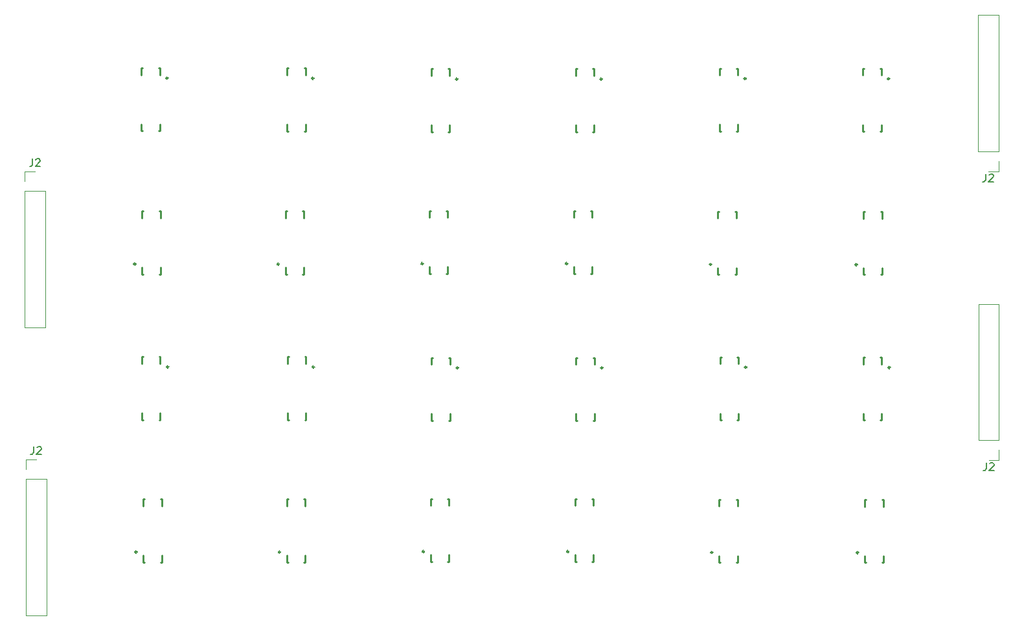
<source format=gbr>
%TF.GenerationSoftware,KiCad,Pcbnew,(7.0.0-0)*%
%TF.CreationDate,2023-04-28T06:51:24+02:00*%
%TF.ProjectId,omniscope,6f6d6e69-7363-46f7-9065-2e6b69636164,rev?*%
%TF.SameCoordinates,Original*%
%TF.FileFunction,Legend,Top*%
%TF.FilePolarity,Positive*%
%FSLAX46Y46*%
G04 Gerber Fmt 4.6, Leading zero omitted, Abs format (unit mm)*
G04 Created by KiCad (PCBNEW (7.0.0-0)) date 2023-04-28 06:51:24*
%MOMM*%
%LPD*%
G01*
G04 APERTURE LIST*
%ADD10C,0.150000*%
%ADD11C,0.254000*%
%ADD12C,0.120000*%
G04 APERTURE END LIST*
D10*
%TO.C,J2*%
X140574166Y-38322380D02*
X140574166Y-39036666D01*
X140574166Y-39036666D02*
X140526547Y-39179523D01*
X140526547Y-39179523D02*
X140431309Y-39274761D01*
X140431309Y-39274761D02*
X140288452Y-39322380D01*
X140288452Y-39322380D02*
X140193214Y-39322380D01*
X141002738Y-38417619D02*
X141050357Y-38370000D01*
X141050357Y-38370000D02*
X141145595Y-38322380D01*
X141145595Y-38322380D02*
X141383690Y-38322380D01*
X141383690Y-38322380D02*
X141478928Y-38370000D01*
X141478928Y-38370000D02*
X141526547Y-38417619D01*
X141526547Y-38417619D02*
X141574166Y-38512857D01*
X141574166Y-38512857D02*
X141574166Y-38608095D01*
X141574166Y-38608095D02*
X141526547Y-38750952D01*
X141526547Y-38750952D02*
X140955119Y-39322380D01*
X140955119Y-39322380D02*
X141574166Y-39322380D01*
X15959166Y-36312380D02*
X15959166Y-37026666D01*
X15959166Y-37026666D02*
X15911547Y-37169523D01*
X15911547Y-37169523D02*
X15816309Y-37264761D01*
X15816309Y-37264761D02*
X15673452Y-37312380D01*
X15673452Y-37312380D02*
X15578214Y-37312380D01*
X16387738Y-36407619D02*
X16435357Y-36360000D01*
X16435357Y-36360000D02*
X16530595Y-36312380D01*
X16530595Y-36312380D02*
X16768690Y-36312380D01*
X16768690Y-36312380D02*
X16863928Y-36360000D01*
X16863928Y-36360000D02*
X16911547Y-36407619D01*
X16911547Y-36407619D02*
X16959166Y-36502857D01*
X16959166Y-36502857D02*
X16959166Y-36598095D01*
X16959166Y-36598095D02*
X16911547Y-36740952D01*
X16911547Y-36740952D02*
X16340119Y-37312380D01*
X16340119Y-37312380D02*
X16959166Y-37312380D01*
X140649166Y-76097380D02*
X140649166Y-76811666D01*
X140649166Y-76811666D02*
X140601547Y-76954523D01*
X140601547Y-76954523D02*
X140506309Y-77049761D01*
X140506309Y-77049761D02*
X140363452Y-77097380D01*
X140363452Y-77097380D02*
X140268214Y-77097380D01*
X141077738Y-76192619D02*
X141125357Y-76145000D01*
X141125357Y-76145000D02*
X141220595Y-76097380D01*
X141220595Y-76097380D02*
X141458690Y-76097380D01*
X141458690Y-76097380D02*
X141553928Y-76145000D01*
X141553928Y-76145000D02*
X141601547Y-76192619D01*
X141601547Y-76192619D02*
X141649166Y-76287857D01*
X141649166Y-76287857D02*
X141649166Y-76383095D01*
X141649166Y-76383095D02*
X141601547Y-76525952D01*
X141601547Y-76525952D02*
X141030119Y-77097380D01*
X141030119Y-77097380D02*
X141649166Y-77097380D01*
X16116666Y-73987380D02*
X16116666Y-74701666D01*
X16116666Y-74701666D02*
X16069047Y-74844523D01*
X16069047Y-74844523D02*
X15973809Y-74939761D01*
X15973809Y-74939761D02*
X15830952Y-74987380D01*
X15830952Y-74987380D02*
X15735714Y-74987380D01*
X16545238Y-74082619D02*
X16592857Y-74035000D01*
X16592857Y-74035000D02*
X16688095Y-73987380D01*
X16688095Y-73987380D02*
X16926190Y-73987380D01*
X16926190Y-73987380D02*
X17021428Y-74035000D01*
X17021428Y-74035000D02*
X17069047Y-74082619D01*
X17069047Y-74082619D02*
X17116666Y-74177857D01*
X17116666Y-74177857D02*
X17116666Y-74273095D01*
X17116666Y-74273095D02*
X17069047Y-74415952D01*
X17069047Y-74415952D02*
X16497619Y-74987380D01*
X16497619Y-74987380D02*
X17116666Y-74987380D01*
D11*
%TO.C,J4*%
X89345000Y-24550000D02*
X89176000Y-24550000D01*
X89345000Y-24550000D02*
X89345000Y-25444000D01*
X87114000Y-24550000D02*
X86945000Y-24550000D01*
X86945000Y-24550000D02*
X86945000Y-25444000D01*
X89345000Y-31906000D02*
X89345000Y-32800000D01*
X86945000Y-31906000D02*
X86945000Y-32800000D01*
X89345000Y-32800000D02*
X89176000Y-32800000D01*
X87114000Y-32800000D02*
X86945000Y-32800000D01*
X90431000Y-25881000D02*
G75*
G03*
X90431000Y-25881000I-127000J0D01*
G01*
%TO.C,J8*%
X108152500Y-24475000D02*
X107983500Y-24475000D01*
X108152500Y-24475000D02*
X108152500Y-25369000D01*
X105921500Y-24475000D02*
X105752500Y-24475000D01*
X105752500Y-24475000D02*
X105752500Y-25369000D01*
X108152500Y-31831000D02*
X108152500Y-32725000D01*
X105752500Y-31831000D02*
X105752500Y-32725000D01*
X108152500Y-32725000D02*
X107983500Y-32725000D01*
X105921500Y-32725000D02*
X105752500Y-32725000D01*
X109238500Y-25806000D02*
G75*
G03*
X109238500Y-25806000I-127000J0D01*
G01*
%TO.C,J5*%
X70470000Y-24550000D02*
X70301000Y-24550000D01*
X70470000Y-24550000D02*
X70470000Y-25444000D01*
X68239000Y-24550000D02*
X68070000Y-24550000D01*
X68070000Y-24550000D02*
X68070000Y-25444000D01*
X70470000Y-31906000D02*
X70470000Y-32800000D01*
X68070000Y-31906000D02*
X68070000Y-32800000D01*
X70470000Y-32800000D02*
X70301000Y-32800000D01*
X68239000Y-32800000D02*
X68070000Y-32800000D01*
X71556000Y-25881000D02*
G75*
G03*
X71556000Y-25881000I-127000J0D01*
G01*
%TO.C,J6*%
X51645000Y-24450000D02*
X51476000Y-24450000D01*
X51645000Y-24450000D02*
X51645000Y-25344000D01*
X49414000Y-24450000D02*
X49245000Y-24450000D01*
X49245000Y-24450000D02*
X49245000Y-25344000D01*
X51645000Y-31806000D02*
X51645000Y-32700000D01*
X49245000Y-31806000D02*
X49245000Y-32700000D01*
X51645000Y-32700000D02*
X51476000Y-32700000D01*
X49414000Y-32700000D02*
X49245000Y-32700000D01*
X52731000Y-25781000D02*
G75*
G03*
X52731000Y-25781000I-127000J0D01*
G01*
%TO.C,J7*%
X32595000Y-24425000D02*
X32426000Y-24425000D01*
X32595000Y-24425000D02*
X32595000Y-25319000D01*
X30364000Y-24425000D02*
X30195000Y-24425000D01*
X30195000Y-24425000D02*
X30195000Y-25319000D01*
X32595000Y-31781000D02*
X32595000Y-32675000D01*
X30195000Y-31781000D02*
X30195000Y-32675000D01*
X32595000Y-32675000D02*
X32426000Y-32675000D01*
X30364000Y-32675000D02*
X30195000Y-32675000D01*
X33681000Y-25756000D02*
G75*
G03*
X33681000Y-25756000I-127000J0D01*
G01*
%TO.C,J1*%
X126907500Y-24500000D02*
X126738500Y-24500000D01*
X126907500Y-24500000D02*
X126907500Y-25394000D01*
X124676500Y-24500000D02*
X124507500Y-24500000D01*
X124507500Y-24500000D02*
X124507500Y-25394000D01*
X126907500Y-31856000D02*
X126907500Y-32750000D01*
X124507500Y-31856000D02*
X124507500Y-32750000D01*
X126907500Y-32750000D02*
X126738500Y-32750000D01*
X124676500Y-32750000D02*
X124507500Y-32750000D01*
X127993500Y-25831000D02*
G75*
G03*
X127993500Y-25831000I-127000J0D01*
G01*
D12*
%TO.C,J2*%
X142237500Y-37955000D02*
X140907500Y-37955000D01*
X142237500Y-36625000D02*
X142237500Y-37955000D01*
X142237500Y-35355000D02*
X142237500Y-17515000D01*
X142237500Y-35355000D02*
X139577500Y-35355000D01*
X142237500Y-17515000D02*
X139577500Y-17515000D01*
X139577500Y-35355000D02*
X139577500Y-17515000D01*
D11*
%TO.C,J4*%
X67855000Y-51350000D02*
X68024000Y-51350000D01*
X67855000Y-51350000D02*
X67855000Y-50456000D01*
X70086000Y-51350000D02*
X70255000Y-51350000D01*
X70255000Y-51350000D02*
X70255000Y-50456000D01*
X67855000Y-43994000D02*
X67855000Y-43100000D01*
X70255000Y-43994000D02*
X70255000Y-43100000D01*
X67855000Y-43100000D02*
X68024000Y-43100000D01*
X70086000Y-43100000D02*
X70255000Y-43100000D01*
X67023000Y-50019000D02*
G75*
G03*
X67023000Y-50019000I-127000J0D01*
G01*
%TO.C,J8*%
X49047500Y-51425000D02*
X49216500Y-51425000D01*
X49047500Y-51425000D02*
X49047500Y-50531000D01*
X51278500Y-51425000D02*
X51447500Y-51425000D01*
X51447500Y-51425000D02*
X51447500Y-50531000D01*
X49047500Y-44069000D02*
X49047500Y-43175000D01*
X51447500Y-44069000D02*
X51447500Y-43175000D01*
X49047500Y-43175000D02*
X49216500Y-43175000D01*
X51278500Y-43175000D02*
X51447500Y-43175000D01*
X48215500Y-50094000D02*
G75*
G03*
X48215500Y-50094000I-127000J0D01*
G01*
%TO.C,J5*%
X86730000Y-51350000D02*
X86899000Y-51350000D01*
X86730000Y-51350000D02*
X86730000Y-50456000D01*
X88961000Y-51350000D02*
X89130000Y-51350000D01*
X89130000Y-51350000D02*
X89130000Y-50456000D01*
X86730000Y-43994000D02*
X86730000Y-43100000D01*
X89130000Y-43994000D02*
X89130000Y-43100000D01*
X86730000Y-43100000D02*
X86899000Y-43100000D01*
X88961000Y-43100000D02*
X89130000Y-43100000D01*
X85898000Y-50019000D02*
G75*
G03*
X85898000Y-50019000I-127000J0D01*
G01*
%TO.C,J6*%
X105555000Y-51450000D02*
X105724000Y-51450000D01*
X105555000Y-51450000D02*
X105555000Y-50556000D01*
X107786000Y-51450000D02*
X107955000Y-51450000D01*
X107955000Y-51450000D02*
X107955000Y-50556000D01*
X105555000Y-44094000D02*
X105555000Y-43200000D01*
X107955000Y-44094000D02*
X107955000Y-43200000D01*
X105555000Y-43200000D02*
X105724000Y-43200000D01*
X107786000Y-43200000D02*
X107955000Y-43200000D01*
X104723000Y-50119000D02*
G75*
G03*
X104723000Y-50119000I-127000J0D01*
G01*
%TO.C,J7*%
X124605000Y-51475000D02*
X124774000Y-51475000D01*
X124605000Y-51475000D02*
X124605000Y-50581000D01*
X126836000Y-51475000D02*
X127005000Y-51475000D01*
X127005000Y-51475000D02*
X127005000Y-50581000D01*
X124605000Y-44119000D02*
X124605000Y-43225000D01*
X127005000Y-44119000D02*
X127005000Y-43225000D01*
X124605000Y-43225000D02*
X124774000Y-43225000D01*
X126836000Y-43225000D02*
X127005000Y-43225000D01*
X123773000Y-50144000D02*
G75*
G03*
X123773000Y-50144000I-127000J0D01*
G01*
%TO.C,J1*%
X30292500Y-51400000D02*
X30461500Y-51400000D01*
X30292500Y-51400000D02*
X30292500Y-50506000D01*
X32523500Y-51400000D02*
X32692500Y-51400000D01*
X32692500Y-51400000D02*
X32692500Y-50506000D01*
X30292500Y-44044000D02*
X30292500Y-43150000D01*
X32692500Y-44044000D02*
X32692500Y-43150000D01*
X30292500Y-43150000D02*
X30461500Y-43150000D01*
X32523500Y-43150000D02*
X32692500Y-43150000D01*
X29460500Y-50069000D02*
G75*
G03*
X29460500Y-50069000I-127000J0D01*
G01*
D12*
%TO.C,J2*%
X14962500Y-37945000D02*
X16292500Y-37945000D01*
X14962500Y-39275000D02*
X14962500Y-37945000D01*
X14962500Y-40545000D02*
X14962500Y-58385000D01*
X14962500Y-40545000D02*
X17622500Y-40545000D01*
X14962500Y-58385000D02*
X17622500Y-58385000D01*
X17622500Y-40545000D02*
X17622500Y-58385000D01*
D11*
%TO.C,J4*%
X89420000Y-62325000D02*
X89251000Y-62325000D01*
X89420000Y-62325000D02*
X89420000Y-63219000D01*
X87189000Y-62325000D02*
X87020000Y-62325000D01*
X87020000Y-62325000D02*
X87020000Y-63219000D01*
X89420000Y-69681000D02*
X89420000Y-70575000D01*
X87020000Y-69681000D02*
X87020000Y-70575000D01*
X89420000Y-70575000D02*
X89251000Y-70575000D01*
X87189000Y-70575000D02*
X87020000Y-70575000D01*
X90506000Y-63656000D02*
G75*
G03*
X90506000Y-63656000I-127000J0D01*
G01*
%TO.C,J8*%
X108227500Y-62250000D02*
X108058500Y-62250000D01*
X108227500Y-62250000D02*
X108227500Y-63144000D01*
X105996500Y-62250000D02*
X105827500Y-62250000D01*
X105827500Y-62250000D02*
X105827500Y-63144000D01*
X108227500Y-69606000D02*
X108227500Y-70500000D01*
X105827500Y-69606000D02*
X105827500Y-70500000D01*
X108227500Y-70500000D02*
X108058500Y-70500000D01*
X105996500Y-70500000D02*
X105827500Y-70500000D01*
X109313500Y-63581000D02*
G75*
G03*
X109313500Y-63581000I-127000J0D01*
G01*
%TO.C,J5*%
X70545000Y-62325000D02*
X70376000Y-62325000D01*
X70545000Y-62325000D02*
X70545000Y-63219000D01*
X68314000Y-62325000D02*
X68145000Y-62325000D01*
X68145000Y-62325000D02*
X68145000Y-63219000D01*
X70545000Y-69681000D02*
X70545000Y-70575000D01*
X68145000Y-69681000D02*
X68145000Y-70575000D01*
X70545000Y-70575000D02*
X70376000Y-70575000D01*
X68314000Y-70575000D02*
X68145000Y-70575000D01*
X71631000Y-63656000D02*
G75*
G03*
X71631000Y-63656000I-127000J0D01*
G01*
%TO.C,J6*%
X51720000Y-62225000D02*
X51551000Y-62225000D01*
X51720000Y-62225000D02*
X51720000Y-63119000D01*
X49489000Y-62225000D02*
X49320000Y-62225000D01*
X49320000Y-62225000D02*
X49320000Y-63119000D01*
X51720000Y-69581000D02*
X51720000Y-70475000D01*
X49320000Y-69581000D02*
X49320000Y-70475000D01*
X51720000Y-70475000D02*
X51551000Y-70475000D01*
X49489000Y-70475000D02*
X49320000Y-70475000D01*
X52806000Y-63556000D02*
G75*
G03*
X52806000Y-63556000I-127000J0D01*
G01*
%TO.C,J7*%
X32670000Y-62200000D02*
X32501000Y-62200000D01*
X32670000Y-62200000D02*
X32670000Y-63094000D01*
X30439000Y-62200000D02*
X30270000Y-62200000D01*
X30270000Y-62200000D02*
X30270000Y-63094000D01*
X32670000Y-69556000D02*
X32670000Y-70450000D01*
X30270000Y-69556000D02*
X30270000Y-70450000D01*
X32670000Y-70450000D02*
X32501000Y-70450000D01*
X30439000Y-70450000D02*
X30270000Y-70450000D01*
X33756000Y-63531000D02*
G75*
G03*
X33756000Y-63531000I-127000J0D01*
G01*
%TO.C,J1*%
X126982500Y-62275000D02*
X126813500Y-62275000D01*
X126982500Y-62275000D02*
X126982500Y-63169000D01*
X124751500Y-62275000D02*
X124582500Y-62275000D01*
X124582500Y-62275000D02*
X124582500Y-63169000D01*
X126982500Y-69631000D02*
X126982500Y-70525000D01*
X124582500Y-69631000D02*
X124582500Y-70525000D01*
X126982500Y-70525000D02*
X126813500Y-70525000D01*
X124751500Y-70525000D02*
X124582500Y-70525000D01*
X128068500Y-63606000D02*
G75*
G03*
X128068500Y-63606000I-127000J0D01*
G01*
D12*
%TO.C,J2*%
X142312500Y-75730000D02*
X140982500Y-75730000D01*
X142312500Y-74400000D02*
X142312500Y-75730000D01*
X142312500Y-73130000D02*
X142312500Y-55290000D01*
X142312500Y-73130000D02*
X139652500Y-73130000D01*
X142312500Y-55290000D02*
X139652500Y-55290000D01*
X139652500Y-73130000D02*
X139652500Y-55290000D01*
D11*
%TO.C,J8*%
X49205000Y-89100000D02*
X49374000Y-89100000D01*
X49205000Y-89100000D02*
X49205000Y-88206000D01*
X51436000Y-89100000D02*
X51605000Y-89100000D01*
X51605000Y-89100000D02*
X51605000Y-88206000D01*
X49205000Y-81744000D02*
X49205000Y-80850000D01*
X51605000Y-81744000D02*
X51605000Y-80850000D01*
X49205000Y-80850000D02*
X49374000Y-80850000D01*
X51436000Y-80850000D02*
X51605000Y-80850000D01*
X48373000Y-87769000D02*
G75*
G03*
X48373000Y-87769000I-127000J0D01*
G01*
%TO.C,J7*%
X124762500Y-89150000D02*
X124931500Y-89150000D01*
X124762500Y-89150000D02*
X124762500Y-88256000D01*
X126993500Y-89150000D02*
X127162500Y-89150000D01*
X127162500Y-89150000D02*
X127162500Y-88256000D01*
X124762500Y-81794000D02*
X124762500Y-80900000D01*
X127162500Y-81794000D02*
X127162500Y-80900000D01*
X124762500Y-80900000D02*
X124931500Y-80900000D01*
X126993500Y-80900000D02*
X127162500Y-80900000D01*
X123930500Y-87819000D02*
G75*
G03*
X123930500Y-87819000I-127000J0D01*
G01*
%TO.C,J6*%
X105712500Y-89125000D02*
X105881500Y-89125000D01*
X105712500Y-89125000D02*
X105712500Y-88231000D01*
X107943500Y-89125000D02*
X108112500Y-89125000D01*
X108112500Y-89125000D02*
X108112500Y-88231000D01*
X105712500Y-81769000D02*
X105712500Y-80875000D01*
X108112500Y-81769000D02*
X108112500Y-80875000D01*
X105712500Y-80875000D02*
X105881500Y-80875000D01*
X107943500Y-80875000D02*
X108112500Y-80875000D01*
X104880500Y-87794000D02*
G75*
G03*
X104880500Y-87794000I-127000J0D01*
G01*
%TO.C,J5*%
X86887500Y-89025000D02*
X87056500Y-89025000D01*
X86887500Y-89025000D02*
X86887500Y-88131000D01*
X89118500Y-89025000D02*
X89287500Y-89025000D01*
X89287500Y-89025000D02*
X89287500Y-88131000D01*
X86887500Y-81669000D02*
X86887500Y-80775000D01*
X89287500Y-81669000D02*
X89287500Y-80775000D01*
X86887500Y-80775000D02*
X87056500Y-80775000D01*
X89118500Y-80775000D02*
X89287500Y-80775000D01*
X86055500Y-87694000D02*
G75*
G03*
X86055500Y-87694000I-127000J0D01*
G01*
%TO.C,J4*%
X68012500Y-89025000D02*
X68181500Y-89025000D01*
X68012500Y-89025000D02*
X68012500Y-88131000D01*
X70243500Y-89025000D02*
X70412500Y-89025000D01*
X70412500Y-89025000D02*
X70412500Y-88131000D01*
X68012500Y-81669000D02*
X68012500Y-80775000D01*
X70412500Y-81669000D02*
X70412500Y-80775000D01*
X68012500Y-80775000D02*
X68181500Y-80775000D01*
X70243500Y-80775000D02*
X70412500Y-80775000D01*
X67180500Y-87694000D02*
G75*
G03*
X67180500Y-87694000I-127000J0D01*
G01*
%TO.C,J1*%
X30450000Y-89075000D02*
X30619000Y-89075000D01*
X30450000Y-89075000D02*
X30450000Y-88181000D01*
X32681000Y-89075000D02*
X32850000Y-89075000D01*
X32850000Y-89075000D02*
X32850000Y-88181000D01*
X30450000Y-81719000D02*
X30450000Y-80825000D01*
X32850000Y-81719000D02*
X32850000Y-80825000D01*
X30450000Y-80825000D02*
X30619000Y-80825000D01*
X32681000Y-80825000D02*
X32850000Y-80825000D01*
X29618000Y-87744000D02*
G75*
G03*
X29618000Y-87744000I-127000J0D01*
G01*
D12*
%TO.C,J2*%
X15120000Y-75620000D02*
X16450000Y-75620000D01*
X15120000Y-76950000D02*
X15120000Y-75620000D01*
X15120000Y-78220000D02*
X15120000Y-96060000D01*
X15120000Y-78220000D02*
X17780000Y-78220000D01*
X15120000Y-96060000D02*
X17780000Y-96060000D01*
X17780000Y-78220000D02*
X17780000Y-96060000D01*
%TD*%
M02*

</source>
